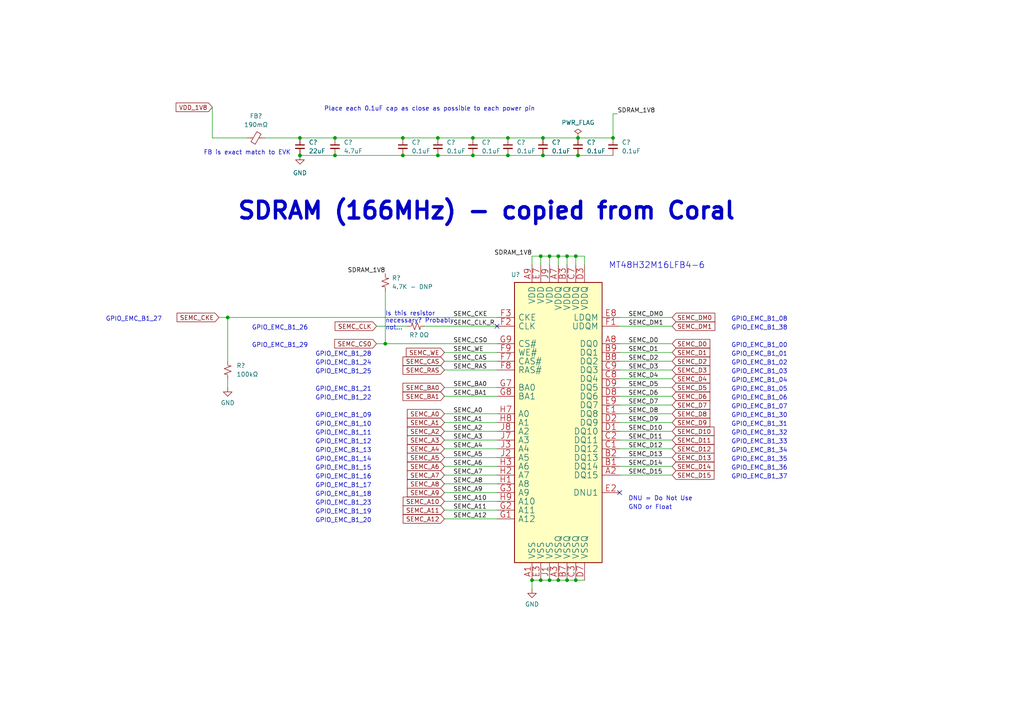
<source format=kicad_sch>
(kicad_sch (version 20230121) (generator eeschema)
  (paper "A4")
  (lib_symbols
    (symbol "Device:C_Small" (pin_numbers hide) (pin_names (offset 0.254) hide)
      (property "Reference" "C" (at 0.254 1.778 0))
      (property "Value" "C_Small" (at 0.254 -2.032 0))
      (symbol "C_Small_0_1"
        (polyline (pts (xy -1.27 -0.508) (xy 1.27 -0.508)) (stroke (width 0.3302)))
        (polyline (pts (xy -1.27 0.508) (xy 1.27 0.508)) (stroke (width 0.3048)))
      )
      (symbol "C_Small_1_1"
        (pin passive line (at 0 2.54 270) (length 2.032) (name "~") (number "1"))
        (pin passive line (at 0 -2.54 90) (length 2.032) (name "~") (number "2"))
      )
    )
    (symbol "Device:FerriteBead_Small" (pin_numbers hide) (pin_names (offset 0))
      (property "Reference" "FB" (at 1.905 1.27 0))
      (property "Value" "FerriteBead_Small" (at 1.905 -1.27 0))
      (symbol "FerriteBead_Small_0_1"
        (polyline (pts (xy 0 -1.27) (xy 0 -0.7874)))
        (polyline (pts (xy 0 0.889) (xy 0 1.2954)))
        (polyline (pts (xy -1.8288 0.2794) (xy -1.1176 1.4986) (xy 1.8288 -0.2032) (xy 1.1176 -1.4224) (xy -1.8288 0.2794)))
      )
      (symbol "FerriteBead_Small_1_1"
        (pin passive line (at 0 2.54 270) (length 1.27) (name "~") (number "1"))
        (pin passive line (at 0 -2.54 90) (length 1.27) (name "~") (number "2"))
      )
    )
    (symbol "Device:R_Small_US" (pin_numbers hide) (pin_names (offset 0.254) hide)
      (property "Reference" "R" (at 0.762 0.508 0))
      (property "Value" "R_Small_US" (at 0.762 -1.016 0))
      (symbol "R_Small_US_1_1"
        (polyline (pts (xy 0 0) (xy 1.016 -0.381) (xy 0 -0.762) (xy -1.016 -1.143) (xy 0 -1.27)))
        (polyline (pts (xy 0 1.27) (xy 1.016 1.143) (xy 0 0.762) (xy -1.016 0.381) (xy 0 0)))
        (pin passive line (at 0 2.54 270) (length 1.016) (name "~") (number "1"))
        (pin passive line (at 0 -2.54 90) (length 1.016) (name "~") (number "2"))
      )
    )
    (symbol "adcs:SDRAM_MT48H32M16LFB4-6" (pin_names (offset 1.016))
      (property "Reference" "U6" (at -1.016 1.27 0))
      (symbol "SDRAM_MT48H32M16LFB4-6_0_1"
        (rectangle (start 0 -81.28) (end 25.4 0) (stroke (width 0.254)) (fill (type background)))
        (pin power_in line (at 5.08 -86.36 90) (length 5.08) (name "VSS") (number "A1"))
        (pin bidirectional line (at 30.48 -55.88 180) (length 5.08) (name "DQ15") (number "A2"))
        (pin power_in line (at 12.7 -86.36 90) (length 5.08) (name "VSSQ") (number "A3"))
        (pin power_in line (at 12.7 5.08 270) (length 5.08) (name "VDDQ") (number "A7"))
        (pin bidirectional line (at 30.48 -17.78 180) (length 5.08) (name "DQ0") (number "A8"))
        (pin power_in line (at 5.08 5.08 270) (length 5.08) (name "VDD") (number "A9"))
        (pin bidirectional line (at 30.48 -53.34 180) (length 5.08) (name "DQ14") (number "B1"))
        (pin bidirectional line (at 30.48 -50.8 180) (length 5.08) (name "DQ13") (number "B2"))
        (pin power_in line (at 15.24 5.08 270) (length 5.08) (name "VDDQ") (number "B3"))
        (pin power_in line (at 15.24 -86.36 90) (length 5.08) (name "VSSQ") (number "B7"))
        (pin bidirectional line (at 30.48 -22.86 180) (length 5.08) (name "DQ2") (number "B8"))
        (pin bidirectional line (at 30.48 -20.32 180) (length 5.08) (name "DQ1") (number "B9"))
        (pin bidirectional line (at 30.48 -48.26 180) (length 5.08) (name "DQ12") (number "C1"))
        (pin bidirectional line (at 30.48 -45.72 180) (length 5.08) (name "DQ11") (number "C2"))
        (pin power_in line (at 17.78 -86.36 90) (length 5.08) (name "VSSQ") (number "C3"))
        (pin power_in line (at 17.78 5.08 270) (length 5.08) (name "VDDQ") (number "C7"))
        (pin bidirectional line (at 30.48 -27.94 180) (length 5.08) (name "DQ4") (number "C8"))
        (pin bidirectional line (at 30.48 -25.4 180) (length 5.08) (name "DQ3") (number "C9"))
        (pin bidirectional line (at 30.48 -43.18 180) (length 5.08) (name "DQ10") (number "D1"))
        (pin bidirectional line (at 30.48 -40.64 180) (length 5.08) (name "DQ9") (number "D2"))
        (pin power_in line (at 20.32 5.08 270) (length 5.08) (name "VDDQ") (number "D3"))
        (pin power_in line (at 20.32 -86.36 90) (length 5.08) (name "VSSQ") (number "D7"))
        (pin bidirectional line (at 30.48 -33.02 180) (length 5.08) (name "DQ6") (number "D8"))
        (pin bidirectional line (at 30.48 -30.48 180) (length 5.08) (name "DQ5") (number "D9"))
        (pin bidirectional line (at 30.48 -38.1 180) (length 5.08) (name "DQ8") (number "E1"))
        (pin passive line (at 30.48 -60.96 180) (length 5.08) (name "DNU1") (number "E2"))
        (pin power_in line (at 7.62 -86.36 90) (length 5.08) (name "VSS") (number "E3"))
        (pin power_in line (at 7.62 5.08 270) (length 5.08) (name "VDD") (number "E7"))
        (pin input line (at 30.48 -10.16 180) (length 5.08) (name "LDQM") (number "E8"))
        (pin bidirectional line (at 30.48 -35.56 180) (length 5.08) (name "DQ7") (number "E9"))
        (pin input line (at 30.48 -12.7 180) (length 5.08) (name "UDQM") (number "F1"))
        (pin input line (at -5.08 -12.7 0) (length 5.08) (name "CLK") (number "F2"))
        (pin input line (at -5.08 -10.16 0) (length 5.08) (name "CKE") (number "F3"))
        (pin input line (at -5.08 -22.86 0) (length 5.08) (name "CAS#") (number "F7"))
        (pin input line (at -5.08 -25.4 0) (length 5.08) (name "RAS#") (number "F8"))
        (pin input line (at -5.08 -20.32 0) (length 5.08) (name "WE#") (number "F9"))
        (pin input line (at -5.08 -68.58 0) (length 5.08) (name "A12") (number "G1"))
        (pin input line (at -5.08 -66.04 0) (length 5.08) (name "A11") (number "G2"))
        (pin input line (at -5.08 -60.96 0) (length 5.08) (name "A9") (number "G3"))
        (pin input line (at -5.08 -30.48 0) (length 5.08) (name "BA0") (number "G7"))
        (pin input line (at -5.08 -33.02 0) (length 5.08) (name "BA1") (number "G8"))
        (pin input line (at -5.08 -17.78 0) (length 5.08) (name "CS#") (number "G9"))
        (pin input line (at -5.08 -58.42 0) (length 5.08) (name "A8") (number "H1"))
        (pin input line (at -5.08 -55.88 0) (length 5.08) (name "A7") (number "H2"))
        (pin input line (at -5.08 -53.34 0) (length 5.08) (name "A6") (number "H3"))
        (pin input line (at -5.08 -38.1 0) (length 5.08) (name "A0") (number "H7"))
        (pin input line (at -5.08 -40.64 0) (length 5.08) (name "A1") (number "H8"))
        (pin input line (at -5.08 -63.5 0) (length 5.08) (name "A10") (number "H9"))
        (pin power_in line (at 10.16 -86.36 90) (length 5.08) (name "VSS") (number "J1"))
        (pin input line (at -5.08 -50.8 0) (length 5.08) (name "A5") (number "J2"))
        (pin input line (at -5.08 -48.26 0) (length 5.08) (name "A4") (number "J3"))
        (pin input line (at -5.08 -45.72 0) (length 5.08) (name "A3") (number "J7"))
        (pin input line (at -5.08 -43.18 0) (length 5.08) (name "A2") (number "J8"))
        (pin power_in line (at 10.16 5.08 270) (length 5.08) (name "VDD") (number "J9"))
      )
    )
    (symbol "power:GND" (power) (pin_names (offset 0))
      (property "Value" "GND" (at 0 -3.81 0))
      (symbol "GND_0_1"
        (polyline (pts (xy 0 0) (xy 0 -1.27) (xy 1.27 -1.27) (xy 0 -2.54) (xy -1.27 -1.27) (xy 0 -1.27)))
      )
      (symbol "GND_1_1"
        (pin power_in line (at 0 0 270) (length 0) hide (name "GND") (number "1"))
      )
    )
    (symbol "power:PWR_FLAG" (power) (pin_numbers hide) (pin_names (offset 0) hide)
      (property "Value" "PWR_FLAG" (at 0 3.81 0))
      (symbol "PWR_FLAG_0_0"
        (pin power_out line (at 0 0 90) (length 0) (name "pwr") (number "1"))
      )
      (symbol "PWR_FLAG_0_1"
        (polyline (pts (xy 0 0) (xy 0 1.27) (xy -1.016 1.905) (xy 0 2.54) (xy 1.016 1.905) (xy 0 1.27)))
      )
    )
  )
  (junction (at 116.84 45.085))
  (junction (at 111.76 99.695))
  (junction (at 156.845 74.295))
  (junction (at 177.8 40.005))
  (junction (at 167.64 40.005))
  (junction (at 167.005 74.295))
  (junction (at 127 40.005))
  (junction (at 127 45.085))
  (junction (at 116.84 40.005))
  (junction (at 161.925 168.275))
  (junction (at 164.465 74.295))
  (junction (at 147.32 40.005))
  (junction (at 161.925 74.295))
  (junction (at 156.845 168.275))
  (junction (at 86.995 40.005))
  (junction (at 137.16 40.005))
  (junction (at 66.04 92.075))
  (junction (at 154.305 168.275))
  (junction (at 147.32 45.085))
  (junction (at 159.385 74.295))
  (junction (at 167.005 168.275))
  (junction (at 157.48 45.085))
  (junction (at 86.995 45.085))
  (junction (at 97.155 45.085))
  (junction (at 167.64 45.085))
  (junction (at 97.155 40.005))
  (junction (at 164.465 168.275))
  (junction (at 137.16 45.085))
  (junction (at 157.48 40.005))
  (junction (at 159.385 168.275))
  (no_connect (at 179.705 142.875))
  (no_connect (at 144.145 94.615))
  (wire (pts (xy 161.925 168.275) (xy 164.465 168.275)))
  (wire (pts (xy 179.705 135.255) (xy 194.945 135.255)))
  (wire (pts (xy 109.22 99.695) (xy 111.76 99.695)))
  (wire (pts (xy 63.5 92.075) (xy 66.04 92.075)))
  (wire (pts (xy 179.705 112.395) (xy 194.945 112.395)))
  (wire (pts (xy 179.705 125.095) (xy 194.945 125.095)))
  (wire (pts (xy 128.905 140.335) (xy 144.145 140.335)))
  (wire (pts (xy 128.905 135.255) (xy 144.145 135.255)))
  (wire (pts (xy 164.465 74.295) (xy 161.925 74.295)))
  (wire (pts (xy 128.905 112.395) (xy 144.145 112.395)))
  (wire (pts (xy 157.48 45.085) (xy 167.64 45.085)))
  (wire (pts (xy 179.705 107.315) (xy 194.945 107.315)))
  (wire (pts (xy 167.005 76.835) (xy 167.005 74.295)))
  (wire (pts (xy 128.905 142.875) (xy 144.145 142.875)))
  (wire (pts (xy 167.64 40.005) (xy 177.8 40.005)))
  (wire (pts (xy 154.305 74.295) (xy 154.305 76.835)))
  (wire (pts (xy 128.905 147.955) (xy 144.145 147.955)))
  (wire (pts (xy 128.905 150.495) (xy 144.145 150.495)))
  (wire (pts (xy 161.925 74.295) (xy 159.385 74.295)))
  (wire (pts (xy 167.005 74.295) (xy 164.465 74.295)))
  (wire (pts (xy 169.545 74.295) (xy 167.005 74.295)))
  (wire (pts (xy 128.905 122.555) (xy 144.145 122.555)))
  (wire (pts (xy 61.595 31.115) (xy 61.595 40.005)))
  (wire (pts (xy 66.04 92.075) (xy 144.145 92.075)))
  (wire (pts (xy 128.905 137.795) (xy 144.145 137.795)))
  (wire (pts (xy 179.07 33.02) (xy 177.8 33.02)))
  (wire (pts (xy 128.905 102.235) (xy 144.145 102.235)))
  (wire (pts (xy 169.545 76.835) (xy 169.545 74.295)))
  (wire (pts (xy 97.155 40.005) (xy 116.84 40.005)))
  (wire (pts (xy 179.705 127.635) (xy 194.945 127.635)))
  (wire (pts (xy 177.8 33.02) (xy 177.8 40.005)))
  (wire (pts (xy 156.845 74.295) (xy 154.305 74.295)))
  (wire (pts (xy 76.835 40.005) (xy 86.995 40.005)))
  (wire (pts (xy 179.705 120.015) (xy 194.945 120.015)))
  (wire (pts (xy 194.945 92.075) (xy 179.705 92.075)))
  (wire (pts (xy 86.995 45.085) (xy 97.155 45.085)))
  (wire (pts (xy 147.32 40.005) (xy 157.48 40.005)))
  (wire (pts (xy 179.705 104.775) (xy 194.945 104.775)))
  (wire (pts (xy 128.905 114.935) (xy 144.145 114.935)))
  (wire (pts (xy 61.595 40.005) (xy 71.755 40.005)))
  (wire (pts (xy 154.305 170.815) (xy 154.305 168.275)))
  (wire (pts (xy 194.945 94.615) (xy 179.705 94.615)))
  (wire (pts (xy 66.04 109.855) (xy 66.04 112.395)))
  (wire (pts (xy 144.145 94.615) (xy 123.19 94.615)))
  (wire (pts (xy 128.905 132.715) (xy 144.145 132.715)))
  (wire (pts (xy 157.48 40.005) (xy 167.64 40.005)))
  (wire (pts (xy 137.16 45.085) (xy 147.32 45.085)))
  (wire (pts (xy 179.705 137.795) (xy 194.945 137.795)))
  (wire (pts (xy 97.155 45.085) (xy 116.84 45.085)))
  (wire (pts (xy 179.705 117.475) (xy 194.945 117.475)))
  (wire (pts (xy 167.005 168.275) (xy 169.545 168.275)))
  (wire (pts (xy 109.22 94.615) (xy 118.11 94.615)))
  (wire (pts (xy 127 40.005) (xy 137.16 40.005)))
  (wire (pts (xy 128.905 127.635) (xy 144.145 127.635)))
  (wire (pts (xy 161.925 76.835) (xy 161.925 74.295)))
  (wire (pts (xy 179.705 102.235) (xy 194.945 102.235)))
  (wire (pts (xy 156.845 168.275) (xy 159.385 168.275)))
  (wire (pts (xy 128.905 120.015) (xy 144.145 120.015)))
  (wire (pts (xy 116.84 45.085) (xy 127 45.085)))
  (wire (pts (xy 164.465 76.835) (xy 164.465 74.295)))
  (wire (pts (xy 179.705 122.555) (xy 194.945 122.555)))
  (wire (pts (xy 144.145 99.695) (xy 111.76 99.695)))
  (wire (pts (xy 66.04 92.075) (xy 66.04 104.775)))
  (wire (pts (xy 159.385 168.275) (xy 161.925 168.275)))
  (wire (pts (xy 159.385 74.295) (xy 156.845 74.295)))
  (wire (pts (xy 167.64 45.085) (xy 177.8 45.085)))
  (wire (pts (xy 86.995 40.005) (xy 97.155 40.005)))
  (wire (pts (xy 164.465 168.275) (xy 167.005 168.275)))
  (wire (pts (xy 128.905 104.775) (xy 144.145 104.775)))
  (wire (pts (xy 128.905 145.415) (xy 144.145 145.415)))
  (wire (pts (xy 156.845 76.835) (xy 156.845 74.295)))
  (wire (pts (xy 159.385 76.835) (xy 159.385 74.295)))
  (wire (pts (xy 147.32 45.085) (xy 157.48 45.085)))
  (wire (pts (xy 179.705 109.855) (xy 194.945 109.855)))
  (wire (pts (xy 128.905 107.315) (xy 144.145 107.315)))
  (wire (pts (xy 137.16 40.005) (xy 147.32 40.005)))
  (wire (pts (xy 154.305 168.275) (xy 156.845 168.275)))
  (wire (pts (xy 179.705 130.175) (xy 194.945 130.175)))
  (wire (pts (xy 127 45.085) (xy 137.16 45.085)))
  (wire (pts (xy 116.84 40.005) (xy 127 40.005)))
  (wire (pts (xy 179.705 99.695) (xy 194.945 99.695)))
  (wire (pts (xy 128.905 130.175) (xy 144.145 130.175)))
  (wire (pts (xy 111.76 99.695) (xy 111.76 84.455)))
  (wire (pts (xy 128.905 125.095) (xy 144.145 125.095)))
  (wire (pts (xy 179.705 114.935) (xy 194.945 114.935)))
  (wire (pts (xy 179.705 132.715) (xy 194.945 132.715)))
  (text "GPIO_EMC_B1_08" (at 212.09 93.345 0) (effects (font (size 1.27 1.27)) (justify left bottom)))
  (text "GPIO_EMC_B1_30" (at 212.09 121.285 0) (effects (font (size 1.27 1.27)) (justify left bottom)))
  (text "GPIO_EMC_B1_18" (at 91.44 144.145 0) (effects (font (size 1.27 1.27)) (justify left bottom)))
  (text "GPIO_EMC_B1_25" (at 91.44 108.585 0) (effects (font (size 1.27 1.27)) (justify left bottom)))
  (text "GPIO_EMC_B1_36" (at 212.09 136.525 0) (effects (font (size 1.27 1.27)) (justify left bottom)))
  (text "FB is exact match to EVK" (at 59.055 45.085 0) (effects (font (size 1.27 1.27)) (justify left bottom)))
  (text "GPIO_EMC_B1_10" (at 91.44 123.825 0) (effects (font (size 1.27 1.27)) (justify left bottom)))
  (text "GPIO_EMC_B1_14" (at 91.44 133.985 0) (effects (font (size 1.27 1.27)) (justify left bottom)))
  (text "GPIO_EMC_B1_15" (at 91.44 136.525 0) (effects (font (size 1.27 1.27)) (justify left bottom)))
  (text "GPIO_EMC_B1_34" (at 212.09 131.445 0) (effects (font (size 1.27 1.27)) (justify left bottom)))
  (text "GPIO_EMC_B1_17" (at 91.44 141.605 0) (effects (font (size 1.27 1.27)) (justify left bottom)))
  (text "GPIO_EMC_B1_29" (at 73.025 100.965 0) (effects (font (size 1.27 1.27)) (justify left bottom)))
  (text "GPIO_EMC_B1_05" (at 212.09 113.665 0) (effects (font (size 1.27 1.27)) (justify left bottom)))
  (text "GPIO_EMC_B1_00" (at 212.09 100.965 0) (effects (font (size 1.27 1.27)) (justify left bottom)))
  (text "GPIO_EMC_B1_31" (at 212.09 123.825 0) (effects (font (size 1.27 1.27)) (justify left bottom)))
  (text "GPIO_EMC_B1_01" (at 212.09 103.505 0) (effects (font (size 1.27 1.27)) (justify left bottom)))
  (text "GPIO_EMC_B1_03" (at 212.09 108.585 0) (effects (font (size 1.27 1.27)) (justify left bottom)))
  (text "GPIO_EMC_B1_33" (at 212.09 128.905 0) (effects (font (size 1.27 1.27)) (justify left bottom)))
  (text "GPIO_EMC_B1_02" (at 212.09 106.045 0) (effects (font (size 1.27 1.27)) (justify left bottom)))
  (text "Place each 0.1uF cap as close as possible to each power pin\n" (at 93.98 32.385 0) (effects (font (size 1.27 1.27)) (justify left bottom)))
  (text "GPIO_EMC_B1_28" (at 91.44 103.505 0) (effects (font (size 1.27 1.27)) (justify left bottom)))
  (text "GPIO_EMC_B1_22" (at 91.44 116.205 0) (effects (font (size 1.27 1.27)) (justify left bottom)))
  (text "GPIO_EMC_B1_24" (at 91.44 106.045 0) (effects (font (size 1.27 1.27)) (justify left bottom)))
  (text "GPIO_EMC_B1_35" (at 212.09 133.985 0) (effects (font (size 1.27 1.27)) (justify left bottom)))
  (text "MT48H32M16LFB4-6" (at 176.53 78.105 0) (effects (font (size 1.778 1.778)) (justify left bottom)))
  (text "GPIO_EMC_B1_20" (at 91.44 151.765 0) (effects (font (size 1.27 1.27)) (justify left bottom)))
  (text "GPIO_EMC_B1_06" (at 212.09 116.205 0) (effects (font (size 1.27 1.27)) (justify left bottom)))
  (text "GPIO_EMC_B1_16" (at 91.44 139.065 0) (effects (font (size 1.27 1.27)) (justify left bottom)))
  (text "GPIO_EMC_B1_38" (at 212.09 95.885 0) (effects (font (size 1.27 1.27)) (justify left bottom)))
  (text "GPIO_EMC_B1_04" (at 212.09 111.125 0) (effects (font (size 1.27 1.27)) (justify left bottom)))
  (text "GPIO_EMC_B1_23" (at 91.44 146.685 0) (effects (font (size 1.27 1.27)) (justify left bottom)))
  (text "GPIO_EMC_B1_26" (at 73.025 95.885 0) (effects (font (size 1.27 1.27)) (justify left bottom)))
  (text "DNU = Do Not Use" (at 182.245 145.415 0) (effects (font (size 1.27 1.27)) (justify left bottom)))
  (text "GPIO_EMC_B1_09" (at 91.44 121.285 0) (effects (font (size 1.27 1.27)) (justify left bottom)))
  (text "GND or Float" (at 182.245 147.955 0) (effects (font (size 1.27 1.27)) (justify left bottom)))
  (text "GPIO_EMC_B1_13" (at 91.44 131.445 0) (effects (font (size 1.27 1.27)) (justify left bottom)))
  (text "GPIO_EMC_B1_11" (at 91.44 126.365 0) (effects (font (size 1.27 1.27)) (justify left bottom)))
  (text "GPIO_EMC_B1_37" (at 212.09 139.065 0) (effects (font (size 1.27 1.27)) (justify left bottom)))
  (text "GPIO_EMC_B1_21" (at 91.44 113.665 0) (effects (font (size 1.27 1.27)) (justify left bottom)))
  (text "GPIO_EMC_B1_27" (at 46.99 93.345 0) (effects (font (size 1.27 1.27)) (justify right bottom)))
  (text "GPIO_EMC_B1_07" (at 212.09 118.745 0) (effects (font (size 1.27 1.27)) (justify left bottom)))
  (text "GPIO_EMC_B1_32" (at 212.09 126.365 0) (effects (font (size 1.27 1.27)) (justify left bottom)))
  (text "SDRAM (166MHz) - copied from Coral" (at 68.58 64.135 0) (effects (font (size 4.8768 4.8768) (thickness 0.9754) bold) (justify left bottom)))
  (text "GPIO_EMC_B1_12" (at 91.44 128.905 0) (effects (font (size 1.27 1.27)) (justify left bottom)))
  (text "GPIO_EMC_B1_19" (at 91.44 149.225 0) (effects (font (size 1.27 1.27)) (justify left bottom)))
  (text "Is this resistor \nnecessary? Probably \nnot..." (at 111.76 95.885 0) (effects (font (size 1.27 1.27)) (justify left bottom)))
  (label "SEMC_A7" (at 131.445 137.795 0))
  (label "SEMC_A9" (at 131.445 142.875 0))
  (label "SEMC_D11" (at 182.245 127.635 0))
  (label "SEMC_A6" (at 131.445 135.255 0))
  (label "SEMC_D2" (at 182.245 104.775 0))
  (label "SEMC_A5" (at 131.445 132.715 0))
  (label "SDRAM_1V8" (at 111.76 79.375 180))
  (label "SEMC_D5" (at 182.245 112.395 0))
  (label "SEMC_DM0" (at 182.245 92.075 0))
  (label "SEMC_BA0" (at 131.445 112.395 0))
  (label "SEMC_DM1" (at 182.245 94.615 0))
  (label "SEMC_RAS" (at 131.445 107.315 0))
  (label "SEMC_A0" (at 131.445 120.015 0))
  (label "SEMC_D7" (at 182.245 117.475 0))
  (label "SEMC_CAS" (at 131.445 104.775 0))
  (label "SEMC_D0" (at 182.245 99.695 0))
  (label "SEMC_D6" (at 182.245 114.935 0))
  (label "SDRAM_1V8" (at 179.07 33.02 0))
  (label "SEMC_D4" (at 182.245 109.855 0))
  (label "SDRAM_1V8" (at 154.305 74.295 180))
  (label "SEMC_BA1" (at 131.445 114.935 0))
  (label "SEMC_A8" (at 131.445 140.335 0))
  (label "SEMC_D8" (at 182.245 120.015 0))
  (label "SEMC_A11" (at 131.445 147.955 0))
  (label "SEMC_A1" (at 131.445 122.555 0))
  (label "SEMC_CKE" (at 131.445 92.075 0))
  (label "SEMC_D10" (at 182.245 125.095 0))
  (label "SEMC_A12" (at 131.445 150.495 0))
  (label "SEMC_A4" (at 131.445 130.175 0))
  (label "SEMC_D1" (at 182.245 102.235 0))
  (label "SEMC_WE" (at 131.445 102.235 0))
  (label "SEMC_A2" (at 131.445 125.095 0))
  (label "SEMC_D3" (at 182.245 107.315 0))
  (label "SEMC_D12" (at 182.245 130.175 0))
  (label "SEMC_D9" (at 182.245 122.555 0))
  (label "SEMC_D15" (at 182.245 137.795 0))
  (label "SEMC_A3" (at 131.445 127.635 0))
  (label "SEMC_CS0" (at 131.445 99.695 0))
  (label "SEMC_CLK_R" (at 131.445 94.615 0))
  (label "SEMC_D13" (at 182.245 132.715 0))
  (label "SEMC_D14" (at 182.245 135.255 0))
  (label "SEMC_A10" (at 131.445 145.415 0))
  (global_label "SEMC_A11" (shape input) (at 128.905 147.955 180) (property "Intersheetrefs" "${INTERSHEET_REFS}" (effects hide)))
  (global_label "SEMC_D0" (shape input) (at 194.945 99.695 0) (property "Intersheetrefs" "${INTERSHEET_REFS}" (effects hide)))
  (global_label "SEMC_A12" (shape input) (at 128.905 150.495 180) (property "Intersheetrefs" "${INTERSHEET_REFS}" (effects hide)))
  (global_label "SEMC_D12" (shape input) (at 194.945 130.175 0) (property "Intersheetrefs" "${INTERSHEET_REFS}" (effects hide)))
  (global_label "SEMC_D5" (shape input) (at 194.945 112.395 0) (property "Intersheetrefs" "${INTERSHEET_REFS}" (effects hide)))
  (global_label "SEMC_D3" (shape input) (at 194.945 107.315 0) (property "Intersheetrefs" "${INTERSHEET_REFS}" (effects hide)))
  (global_label "SEMC_CLK" (shape input) (at 109.22 94.615 180) (property "Intersheetrefs" "${INTERSHEET_REFS}" (effects hide)))
  (global_label "SEMC_CAS" (shape input) (at 128.905 104.775 180) (property "Intersheetrefs" "${INTERSHEET_REFS}" (effects hide)))
  (global_label "SEMC_DM0" (shape input) (at 194.945 92.075 0) (property "Intersheetrefs" "${INTERSHEET_REFS}" (effects hide)))
  (global_label "SEMC_A0" (shape input) (at 128.905 120.015 180) (property "Intersheetrefs" "${INTERSHEET_REFS}" (effects hide)))
  (global_label "SEMC_BA0" (shape input) (at 128.905 112.395 180) (property "Intersheetrefs" "${INTERSHEET_REFS}" (effects hide)))
  (global_label "SEMC_A5" (shape input) (at 128.905 132.715 180) (property "Intersheetrefs" "${INTERSHEET_REFS}" (effects hide)))
  (global_label "SEMC_CS0" (shape input) (at 109.22 99.695 180) (property "Intersheetrefs" "${INTERSHEET_REFS}" (effects hide)))
  (global_label "SEMC_D15" (shape input) (at 194.945 137.795 0) (property "Intersheetrefs" "${INTERSHEET_REFS}" (effects hide)))
  (global_label "SEMC_D2" (shape input) (at 194.945 104.775 0) (property "Intersheetrefs" "${INTERSHEET_REFS}" (effects hide)))
  (global_label "SEMC_A4" (shape input) (at 128.905 130.175 180) (property "Intersheetrefs" "${INTERSHEET_REFS}" (effects hide)))
  (global_label "SEMC_A10" (shape input) (at 128.905 145.415 180) (property "Intersheetrefs" "${INTERSHEET_REFS}" (effects hide)))
  (global_label "SEMC_A6" (shape input) (at 128.905 135.255 180) (property "Intersheetrefs" "${INTERSHEET_REFS}" (effects hide)))
  (global_label "SEMC_D7" (shape input) (at 194.945 117.475 0) (property "Intersheetrefs" "${INTERSHEET_REFS}" (effects hide)))
  (global_label "SEMC_A8" (shape input) (at 128.905 140.335 180) (property "Intersheetrefs" "${INTERSHEET_REFS}" (effects hide)))
  (global_label "SEMC_D13" (shape input) (at 194.945 132.715 0) (property "Intersheetrefs" "${INTERSHEET_REFS}" (effects hide)))
  (global_label "SEMC_D10" (shape input) (at 194.945 125.095 0) (property "Intersheetrefs" "${INTERSHEET_REFS}" (effects hide)))
  (global_label "SEMC_BA1" (shape input) (at 128.905 114.935 180) (property "Intersheetrefs" "${INTERSHEET_REFS}" (effects hide)))
  (global_label "SEMC_WE" (shape input) (at 128.905 102.235 180) (property "Intersheetrefs" "${INTERSHEET_REFS}" (effects hide)))
  (global_label "VDD_1V8" (shape input) (at 61.595 31.115 180) (property "Intersheetrefs" "${INTERSHEET_REFS}" (effects hide)))
  (global_label "SEMC_A9" (shape input) (at 128.905 142.875 180) (property "Intersheetrefs" "${INTERSHEET_REFS}" (effects hide)))
  (global_label "SEMC_D8" (shape input) (at 194.945 120.015 0) (property "Intersheetrefs" "${INTERSHEET_REFS}" (effects hide)))
  (global_label "SEMC_D6" (shape input) (at 194.945 114.935 0) (property "Intersheetrefs" "${INTERSHEET_REFS}" (effects hide)))
  (global_label "SEMC_D1" (shape input) (at 194.945 102.235 0) (property "Intersheetrefs" "${INTERSHEET_REFS}" (effects hide)))
  (global_label "SEMC_D4" (shape input) (at 194.945 109.855 0) (property "Intersheetrefs" "${INTERSHEET_REFS}" (effects hide)))
  (global_label "SEMC_A3" (shape input) (at 128.905 127.635 180) (property "Intersheetrefs" "${INTERSHEET_REFS}" (effects hide)))
  (global_label "SEMC_D9" (shape input) (at 194.945 122.555 0) (property "Intersheetrefs" "${INTERSHEET_REFS}" (effects hide)))
  (global_label "SEMC_D14" (shape input) (at 194.945 135.255 0) (property "Intersheetrefs" "${INTERSHEET_REFS}" (effects hide)))
  (global_label "SEMC_DM1" (shape input) (at 194.945 94.615 0) (property "Intersheetrefs" "${INTERSHEET_REFS}" (effects hide)))
  (global_label "SEMC_CKE" (shape input) (at 63.5 92.075 180) (property "Intersheetrefs" "${INTERSHEET_REFS}" (effects hide)))
  (global_label "SEMC_A2" (shape input) (at 128.905 125.095 180) (property "Intersheetrefs" "${INTERSHEET_REFS}" (effects hide)))
  (global_label "SEMC_RAS" (shape input) (at 128.905 107.315 180) (property "Intersheetrefs" "${INTERSHEET_REFS}" (effects hide)))
  (global_label "SEMC_A1" (shape input) (at 128.905 122.555 180) (property "Intersheetrefs" "${INTERSHEET_REFS}" (effects hide)))
  (global_label "SEMC_A7" (shape input) (at 128.905 137.795 180) (property "Intersheetrefs" "${INTERSHEET_REFS}" (effects hide)))
  (global_label "SEMC_D11" (shape input) (at 194.945 127.635 0) (property "Intersheetrefs" "${INTERSHEET_REFS}" (effects hide)))
  (symbol (lib_id "power:GND") (at 66.04 112.395 0) (unit 1)
    (property "Reference" "#PWR058" (effects hide))
    (property "Value" "GND" (at 66.04 116.84 0))
  )
  (symbol (lib_id "power:GND") (at 154.305 170.815 0) (unit 1)
    (property "Reference" "#PWR060" (effects hide))
    (property "Value" "GND" (at 154.305 175.26 0))
  )
  (symbol (lib_id "Device:C_Small") (at 86.995 42.545 0) (unit 1)
    (property "Reference" "C?" (at 89.535 41.2813 0) (effects (justify left)))
    (property "Value" "22uF" (at 89.535 43.8213 0) (effects (justify left)))
    (property "Footprint" "Capacitor_SMD:C_0402_1005Metric" (effects hide))
    (property "Footprint (for JLCPCB)" "0402" (effects hide))
    (instances (project "cpu_board" (path "" (reference "C?") (unit 1)) (path "" (reference "C67") (unit 1))))
  )
  (symbol (lib_id "Device:C_Small") (at 147.32 42.545 0) (unit 1)
    (property "Reference" "C?" (at 149.86 41.2813 0) (effects (justify left)))
    (property "Value" "0.1uF" (at 149.86 43.8213 0) (effects (justify left)))
    (property "Footprint" "Capacitor_SMD:C_0402_1005Metric" (effects hide))
    (property "Footprint (for JLCPCB)" "0402" (effects hide))
    (instances (project "cpu_board" (path "" (reference "C?") (unit 1)) (path "" (reference "C72") (unit 1))))
  )
  (symbol (lib_id "adcs:SDRAM_MT48H32M16LFB4-6") (at 149.225 81.915 0) (unit 1)
    (property "Reference" "U?" (at 148.209 80.391 0) (effects (justify left bottom)))
    (property "Value" "MT48H32M16LFB4-6" (effects hide))
    (property "Footprint" "adcs:BGA54C80P6X9_800X800X100" (effects hide))
    (property "Description" "SDRAM" (effects hide))
    (property "Flight" "MT48H32M16LFB4-6" (effects hide))
    (property "JLCPCB P/N" "C1351581" (effects hide))
    (instances (project "Coral Dev Board Micro" (path "" (reference "U?") (unit 1))) (project "11 SDRAM-SchDoc" (path "" (reference "U?") (unit 1))) (project "cpu_board" (path "" (reference "U6") (unit 1))))
  )
  (symbol (lib_id "Device:C_Small") (at 116.84 42.545 0) (unit 1)
    (property "Reference" "C?" (at 119.38 41.2813 0) (effects (justify left)))
    (property "Value" "0.1uF" (at 119.38 43.8213 0) (effects (justify left)))
    (property "Footprint" "Capacitor_SMD:C_0402_1005Metric" (effects hide))
    (property "Footprint (for JLCPCB)" "0402" (effects hide))
    (instances (project "cpu_board" (path "" (reference "C?") (unit 1)) (path "" (reference "C69") (unit 1))))
  )
  (symbol (lib_id "Device:C_Small") (at 177.8 42.545 0) (unit 1)
    (property "Reference" "C?" (at 180.34 41.2813 0) (effects (justify left)))
    (property "Value" "0.1uF" (at 180.34 43.8213 0) (effects (justify left)))
    (property "Footprint" "Capacitor_SMD:C_0402_1005Metric" (effects hide))
    (property "Footprint (for JLCPCB)" "0402" (effects hide))
    (instances (project "cpu_board" (path "" (reference "C?") (unit 1)) (path "" (reference "C75") (unit 1))))
  )
  (symbol (lib_id "Device:C_Small") (at 127 42.545 0) (unit 1)
    (property "Reference" "C?" (at 129.54 41.2813 0) (effects (justify left)))
    (property "Value" "0.1uF" (at 129.54 43.8213 0) (effects (justify left)))
    (property "Footprint" "Capacitor_SMD:C_0402_1005Metric" (effects hide))
    (property "Footprint (for JLCPCB)" "0402" (effects hide))
    (instances (project "cpu_board" (path "" (reference "C?") (unit 1)) (path "" (reference "C70") (unit 1))))
  )
  (symbol (lib_id "Device:C_Small") (at 137.16 42.545 0) (unit 1)
    (property "Reference" "C?" (at 139.7 41.2813 0) (effects (justify left)))
    (property "Value" "0.1uF" (at 139.7 43.8213 0) (effects (justify left)))
    (property "Footprint" "Capacitor_SMD:C_0402_1005Metric" (effects hide))
    (property "Footprint (for JLCPCB)" "0402" (effects hide))
    (instances (project "cpu_board" (path "" (reference "C?") (unit 1)) (path "" (reference "C71") (unit 1))))
  )
  (symbol (lib_id "Device:R_Small_US") (at 120.65 94.615 90) (unit 1)
    (property "Reference" "R?" (at 121.285 97.155 90) (effects (justify left)))
    (property "Value" "0Ω" (at 124.46 97.155 90) (effects (justify left)))
    (property "Footprint" "Resistor_SMD:R_0402_1005Metric" (effects hide))
    (property "Footprint (for JLCPCB)" "0402" (effects hide))
    (instances (project "cpu_board" (path "" (reference "R?") (unit 1)) (path "" (reference "R?") (unit 1)) (path "" (reference "R?") (unit 1)) (path "" (reference "R26") (unit 1))))
  )
  (symbol (lib_id "power:PWR_FLAG") (at 167.64 40.005 0) (unit 1)
    (property "Reference" "#FLG?" (effects hide))
    (property "Value" "PWR_FLAG" (at 167.64 35.56 0))
    (instances (project "cpu_board" (path "" (reference "#FLG?") (unit 1)) (path "" (reference "#FLG?") (unit 1)) (path "" (reference "#FLG022") (unit 1))))
  )
  (symbol (lib_id "Device:C_Small") (at 97.155 42.545 0) (unit 1)
    (property "Reference" "C?" (at 99.695 41.2813 0) (effects (justify left)))
    (property "Value" "4.7uF" (at 99.695 43.8213 0) (effects (justify left)))
    (property "Footprint" "Capacitor_SMD:C_0402_1005Metric" (effects hide))
    (property "Footprint (for JLCPCB)" "0402" (effects hide))
    (instances (project "cpu_board" (path "" (reference "C?") (unit 1)) (path "" (reference "C68") (unit 1))))
  )
  (symbol (lib_id "Device:C_Small") (at 157.48 42.545 0) (unit 1)
    (property "Reference" "C?" (at 160.02 41.2813 0) (effects (justify left)))
    (property "Value" "0.1uF" (at 160.02 43.8213 0) (effects (justify left)))
    (property "Footprint" "Capacitor_SMD:C_0402_1005Metric" (effects hide))
    (property "Footprint (for JLCPCB)" "0402" (effects hide))
    (instances (project "cpu_board" (path "" (reference "C?") (unit 1)) (path "" (reference "C73") (unit 1))))
  )
  (symbol (lib_id "power:GND") (at 86.995 45.085 0) (unit 1)
    (property "Reference" "#PWR?" (effects hide))
    (property "Value" "GND" (at 86.995 50.165 0))
    (instances (project "cpu_board" (path "" (reference "#PWR?") (unit 1)) (path "" (reference "#PWR059") (unit 1))))
  )
  (symbol (lib_id "Device:FerriteBead_Small") (at 74.295 40.005 90) (unit 1)
    (property "Reference" "FB?" (at 74.2569 33.655 90))
    (property "Value" "190mΩ" (at 74.2569 36.195 90))
    (property "Footprint" "Inductor_SMD:L_0402_1005Metric" (effects hide))
    (property "Description" "Ferrite Bead" (effects hide))
    (property "Flight" "BLM15AG121SN1D" (effects hide))
    (property "JLCPCB P/N" "C85812" (effects hide))
    (instances (project "cpu_board" (path "" (reference "FB?") (unit 1)) (path "" (reference "FB?") (unit 1)) (path "" (reference "FB6") (unit 1))))
  )
  (symbol (lib_id "Device:R_Small_US") (at 66.04 107.315 0) (unit 1)
    (property "Reference" "R?" (at 68.58 106.045 0) (effects (justify left)))
    (property "Value" "100kΩ" (at 68.58 108.585 0) (effects (justify left)))
    (property "Footprint" "Resistor_SMD:R_0402_1005Metric" (effects hide))
    (property "Footprint (for JLCPCB)" "0402" (effects hide))
    (instances (project "cpu_board" (path "" (reference "R?") (unit 1)) (path "" (reference "R?") (unit 1)) (path "" (reference "R?") (unit 1)) (path "" (reference "R24") (unit 1))))
  )
  (symbol (lib_id "Device:R_Small_US") (at 111.76 81.915 0) (unit 1)
    (property "Reference" "R?" (at 113.665 80.645 0) (effects (justify left)))
    (property "Value" "4.7K - DNP" (at 113.665 83.185 0) (effects (justify left)))
    (property "Footprint" "Resistor_SMD:R_0402_1005Metric" (effects hide))
    (property "Footprint (for JLCPCB)" "0402" (effects hide))
    (instances (project "cpu_board" (path "" (reference "R?") (unit 1)) (path "" (reference "R?") (unit 1)) (path "" (reference "R?") (unit 1)) (path "" (reference "R25") (unit 1))))
  )
  (symbol (lib_id "Device:C_Small") (at 167.64 42.545 0) (unit 1)
    (property "Reference" "C?" (at 170.18 41.2813 0) (effects (justify left)))
    (property "Value" "0.1uF" (at 170.18 43.8213 0) (effects (justify left)))
    (property "Footprint" "Capacitor_SMD:C_0402_1005Metric" (effects hide))
    (property "Footprint (for JLCPCB)" "0402" (effects hide))
    (instances (project "cpu_board" (path "" (reference "C?") (unit 1)) (path "" (reference "C74") (unit 1))))
  )
)
</source>
